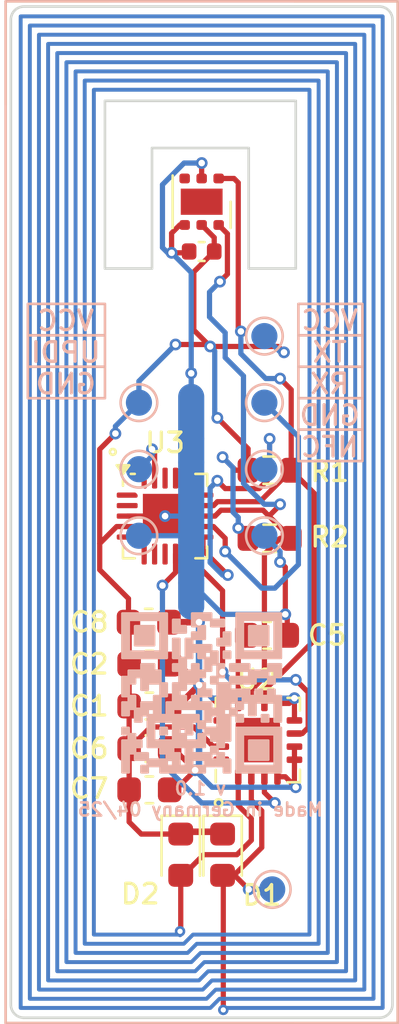
<source format=kicad_pcb>
(kicad_pcb (version 20240108) (generator "pcbnew") (generator_version "8.0")
  (title_block (comment 4 "AISLER Project ID: YAJLMFWK"))
  (layers (0 "F.Cu" signal) (1 "In1.Cu" signal) (2 "In2.Cu" signal) (31 "B.Cu" signal) (34 "B.Paste" user) (35 "F.Paste" user) (36 "B.SilkS" user "B.Silkscreen") (37 "F.SilkS" user "F.Silkscreen") (38 "B.Mask" user) (39 "F.Mask" user) (44 "Edge.Cuts" user))
  (net 0 "")
  (net 1 "GND")
  (net 2 "ANT2")
  (net 3 "ANT1")
  (net 4 "SCL")
  (net 5 "SDA")
  (net 6 "RF430_RST")
  (net 7 "RF430_INT")
  (net 8 "Net-(U2-VCORE)")
  (net 9 "RX")
  (net 11 "UPDI")
  (net 18 "TX")
  (net 19 "ALERT")
  (net 21 "VCC")
  (footprint "Capacitor_SMD:C_0603_1608Metric" (layer "F.Cu") (at 132 56.5)
    (property "Reference" "C5" (at 2.3 0 0) (layer "F.SilkS") (effects (font (size 0.75 0.75) (thickness 0.125))))
    (property "Value" "0.47 uF")
    (pad "1" smd roundrect (at -0.775 0) (size 0.9 0.95) (layers "F.Cu" "F.Paste" "F.Mask") (net 8 "Net-(U2-VCORE)"))
    (pad "2" smd roundrect (at 0.775 0) (size 0.9 0.95) (layers "F.Cu" "F.Paste" "F.Mask") (net 1 "GND"))
  )
  (footprint "Capacitor_SMD:C_0603_1608Metric" (layer "F.Cu") (at 127.5 60.825)
    (property "Reference" "C6" (at -2.3 0 0) (layer "F.SilkS") (effects (font (size 0.75 0.75) (thickness 0.125))))
    (property "Value" "100uF")
    (pad "1" smd roundrect (at -0.775 0) (size 0.9 0.95) (layers "F.Cu" "F.Paste" "F.Mask") (net 21 "VCC"))
    (pad "2" smd roundrect (at 0.775 0) (size 0.9 0.95) (layers "F.Cu" "F.Paste" "F.Mask") (net 1 "GND"))
  )
  (footprint "Capacitor_SMD:C_0603_1608Metric" (layer "F.Cu") (at 127.5 59.2)
    (property "Reference" "C1" (at -2.3 0 0) (layer "F.SilkS") (effects (font (size 0.75 0.75) (thickness 0.125))))
    (property "Value" "1 uF")
    (pad "1" smd roundrect (at -0.775 0) (size 0.9 0.95) (layers "F.Cu" "F.Paste" "F.Mask") (net 21 "VCC"))
    (pad "2" smd roundrect (at 0.775 0) (size 0.9 0.95) (layers "F.Cu" "F.Paste" "F.Mask") (net 1 "GND"))
  )
  (footprint "Capacitor_SMD:C_0603_1608Metric" (layer "F.Cu") (at 127.5 57.6)
    (property "Reference" "C2" (at -2.3 0 0) (layer "F.SilkS") (effects (font (size 0.75 0.75) (thickness 0.125))))
    (property "Value" "0.1 uF")
    (pad "1" smd roundrect (at -0.775 0) (size 0.9 0.95) (layers "F.Cu" "F.Paste" "F.Mask") (net 21 "VCC"))
    (pad "2" smd roundrect (at 0.775 0) (size 0.9 0.95) (layers "F.Cu" "F.Paste" "F.Mask") (net 1 "GND"))
  )
  (footprint "unsurv_offline_pcb_footprints:RF430_3x3mm_regular_noBCu" (layer "F.Cu") (at 131.65 60.5 90)
    (property "Reference" "U2" (at 2.3 -0.05 0) (layer "F.SilkS") (effects (font (size 0.75 0.75) (thickness 0.125))))
    (property "Value" "RF430CL330HIRGTR‎")
    (pad "1" smd roundrect (at -1.4 -0.75 90) (size 0.6 0.25) (layers "F.Cu" "F.Paste" "F.Mask") (net 3 "ANT1"))
    (pad "2" smd roundrect (at -1.4 -0.25 270) (size 0.6 0.25) (layers "F.Cu" "F.Paste" "F.Mask") (net 2 "ANT2"))
    (pad "3" smd roundrect (at -1.4 0.25 270) (size 0.6 0.25) (layers "F.Cu" "F.Paste" "F.Mask") (net 6 "RF430_RST"))
    (pad "4" smd roundrect (at -1.4 0.75 270) (size 0.6 0.25) (layers "F.Cu" "F.Paste" "F.Mask") (net 1 "GND"))
    (pad "5" smd roundrect (at -0.75 1.4 180) (size 0.6 0.25) (layers "F.Cu" "F.Paste" "F.Mask") (net 1 "GND"))
    (pad "6" smd roundrect (at -0.25 1.4 180) (size 0.6 0.25) (layers "F.Cu" "F.Paste" "F.Mask") (net 1 "GND"))
    (pad "7" smd roundrect (at 0.25 1.4 180) (size 0.6 0.25) (layers "F.Cu" "F.Paste" "F.Mask") (net 7 "RF430_INT"))
    (pad "8" smd roundrect (at 0.75 1.4 180) (size 0.6 0.25) (layers "F.Cu" "F.Paste" "F.Mask") (net 1 "GND"))
    (pad "9" smd roundrect (at 1.4 0.75 270) (size 0.6 0.25) (layers "F.Cu" "F.Paste" "F.Mask") (net 1 "GND"))
    (pad "10" smd roundrect (at 1.4 0.25 90) (size 0.6 0.25) (layers "F.Cu" "F.Paste" "F.Mask") (net 4 "SCL"))
    (pad "11" smd roundrect (at 1.4 -0.25 90) (size 0.6 0.25) (layers "F.Cu" "F.Paste" "F.Mask") (net 5 "SDA"))
    (pad "12" smd roundrect (at 1.4 -0.75 90) (size 0.6 0.25) (layers "F.Cu" "F.Paste" "F.Mask") (net 8 "Net-(U2-VCORE)"))
    (pad "13" smd roundrect (at 0.75 -1.4) (size 0.6 0.25) (layers "F.Cu" "F.Paste" "F.Mask") (net 1 "GND"))
    (pad "14" smd roundrect (at 0.25 -1.4 180) (size 0.6 0.25) (layers "F.Cu" "F.Paste" "F.Mask"))
    (pad "15" smd roundrect (at -0.25 -1.4 180) (size 0.6 0.25) (layers "F.Cu" "F.Paste" "F.Mask") (net 21 "VCC"))
    (pad "16" smd roundrect (at -0.75 -1.4 180) (size 0.6 0.25) (layers "F.Cu" "F.Paste" "F.Mask"))
    (pad "17" smd roundrect (at 0 0 90) (size 1.7 1.7) (layers "F.Cu" "F.Mask") (roundrect_rratio 0.147059))
  )
  (footprint "unsurv_offline_pcb_footprints:TMP117 WSON-6-1EP_2x2mm_P0.65mm_no_pad_paste" (layer "F.Cu") (at 129.5 39.95 -90)
    (property "Reference" "U1" (hide yes))
    (property "Value" "TMP117AIDRVR")
    (pad "1" smd roundrect (at -0.8875 -0.65 270) (size 0.375 0.4) (layers "F.Cu" "F.Paste" "F.Mask") (net 4 "SCL"))
    (pad "2" smd roundrect (at -0.8875 0 270) (size 0.375 0.4) (layers "F.Cu" "F.Paste" "F.Mask") (net 1 "GND"))
    (pad "3" smd roundrect (at -0.8875 0.65 270) (size 0.375 0.4) (layers "F.Cu" "F.Paste" "F.Mask"))
    (pad "4" smd roundrect (at 0.8875 0.65 270) (size 0.375 0.4) (layers "F.Cu" "F.Paste" "F.Mask") (net 1 "GND"))
    (pad "5" smd roundrect (at 0.8875 0 270) (size 0.375 0.4) (layers "F.Cu" "F.Paste" "F.Mask") (net 21 "VCC"))
    (pad "6" smd roundrect (at 0.8875 -0.65 270) (size 0.375 0.4) (layers "F.Cu" "F.Paste" "F.Mask") (net 5 "SDA"))
    (pad "7" smd rect (at 0 0 270) (size 1 1.6) (layers "F.Cu" "F.Mask"))
  )
  (footprint "Capacitor_SMD:C_0603_1608Metric" (layer "F.Cu") (at 127.5 62.4)
    (property "Reference" "C7" (at -2.3 -0.05 0) (layer "F.SilkS") (effects (font (size 0.75 0.75) (thickness 0.125))))
    (property "Value" "1uf")
    (pad "1" smd roundrect (at -0.775 0) (size 0.9 0.95) (layers "F.Cu" "F.Paste" "F.Mask") (net 21 "VCC"))
    (pad "2" smd roundrect (at 0.775 0) (size 0.9 0.95) (layers "F.Cu" "F.Paste" "F.Mask") (net 1 "GND"))
  )
  (footprint "unsurv_offline_pcb_footprints:VQFN-20-1EP_3x3mm_P0.4mm_EP1.7x1.7mm_edited" (layer "F.Cu") (at 128.1 51.95)
    (property "Reference" "U3" (at 0 -2.8 0) (layer "F.SilkS") (effects (font (size 0.75 0.75) (thickness 0.125))))
    (property "Value" "ATtiny1626-MFR")
    (pad "1" smd custom (at -1.45 -0.8) (size 0.143431 0.143431) (layers "F.Cu" "F.Paste" "F.Mask") (options (clearance outline) (anchor circle)) (primitives (gr_poly (pts (xy -0.35 -0.05) (xy 0.299289 -0.05) (xy 0.35 0.000711) (xy 0.35 0.05) (xy -0.35 0.05)) (width 0.1) (fill yes))))
    (pad "2" smd roundrect (at -1.45 -0.4) (size 0.8 0.2) (layers "F.Cu" "F.Paste" "F.Mask"))
    (pad "3" smd roundrect (at -1.45 0) (size 0.8 0.2) (layers "F.Cu" "F.Paste" "F.Mask") (net 1 "GND"))
    (pad "4" smd roundrect (at -1.45 0.4) (size 0.8 0.2) (layers "F.Cu" "F.Paste" "F.Mask") (net 21 "VCC"))
    (pad "5" smd custom (at -1.45 0.8) (size 0.143431 0.143431) (layers "F.Cu" "F.Paste" "F.Mask") (options (clearance outline) (anchor circle)) (primitives (gr_poly (pts (xy -0.35 -0.05) (xy 0.35 -0.05) (xy 0.35 -0.000711) (xy 0.299289 0.05) (xy -0.35 0.05)) (width 0.1) (fill yes))))
    (pad "6" smd custom (at -0.8 1.45) (size 0.143431 0.143431) (layers "F.Cu" "F.Paste" "F.Mask") (options (clearance outline) (anchor circle)) (primitives (gr_poly (pts (xy -0.05 -0.299289) (xy 0.000711 -0.35) (xy 0.05 -0.35) (xy 0.05 0.35) (xy -0.05 0.35)) (width 0.1) (fill yes))))
    (pad "7" smd roundrect (at -0.4 1.45) (size 0.2 0.8) (layers "F.Cu" "F.Paste" "F.Mask"))
    (pad "8" smd roundrect (at 0 1.45) (size 0.2 0.8) (layers "F.Cu" "F.Paste" "F.Mask"))
    (pad "9" smd roundrect (at 0.4 1.45) (size 0.2 0.8) (layers "F.Cu" "F.Paste" "F.Mask") (net 6 "RF430_RST"))
    (pad "10" smd custom (at 0.8 1.45) (size 0.143431 0.143431) (layers "F.Cu" "F.Paste" "F.Mask") (net 7 "RF430_INT") (options (clearance outline) (anchor circle)) (primitives (gr_poly (pts (xy -0.05 -0.35) (xy -0.000711 -0.35) (xy 0.05 -0.299289) (xy 0.05 0.35) (xy -0.05 0.35)) (width 0.1) (fill yes))))
    (pad "11" smd custom (at 1.45 0.8) (size 0.143431 0.143431) (layers "F.Cu" "F.Paste" "F.Mask") (net 9 "RX") (options (clearance outline) (anchor circle)) (primitives (gr_poly (pts (xy -0.35 -0.05) (xy 0.35 -0.05) (xy 0.35 0.05) (xy -0.299289 0.05) (xy -0.35 -0.000711)) (width 0.1) (fill yes))))
    (pad "12" smd roundrect (at 1.45 0.4) (size 0.8 0.2) (layers "F.Cu" "F.Paste" "F.Mask") (net 18 "TX"))
    (pad "13" smd roundrect (at 1.45 0) (size 0.8 0.2) (layers "F.Cu" "F.Paste" "F.Mask") (net 5 "SDA"))
    (pad "14" smd roundrect (at 1.45 -0.4) (size 0.8 0.2) (layers "F.Cu" "F.Paste" "F.Mask") (net 4 "SCL"))
    (pad "15" smd custom (at 1.45 -0.8) (size 0.143431 0.143431) (layers "F.Cu" "F.Paste" "F.Mask") (options (clearance outline) (anchor circle)) (primitives (gr_poly (pts (xy -0.35 0.000711) (xy -0.299289 -0.05) (xy 0.35 -0.05) (xy 0.35 0.05) (xy -0.35 0.05)) (width 0.1) (fill yes))))
    (pad "16" smd custom (at 0.8 -1.45) (size 0.143431 0.143431) (layers "F.Cu" "F.Paste" "F.Mask") (options (clearance outline) (anchor circle)) (primitives (gr_poly (pts (xy -0.05 -0.35) (xy 0.05 -0.35) (xy 0.05 0.299289) (xy -0.000711 0.35) (xy -0.05 0.35)) (width 0.1) (fill yes))))
    (pad "17" smd roundrect (at 0.4 -1.45) (size 0.2 0.8) (layers "F.Cu" "F.Paste" "F.Mask"))
    (pad "18" smd roundrect (at 0 -1.45) (size 0.2 0.8) (layers "F.Cu" "F.Paste" "F.Mask") (net 19 "ALERT"))
    (pad "19" smd roundrect (at -0.4 -1.45) (size 0.2 0.8) (layers "F.Cu" "F.Paste" "F.Mask") (net 11 "UPDI"))
    (pad "20" smd custom (at -0.8 -1.45) (size 0.143431 0.143431) (layers "F.Cu" "F.Paste" "F.Mask") (options (clearance outline) (anchor circle)) (primitives (gr_poly (pts (xy -0.05 -0.35) (xy 0.05 -0.35) (xy 0.05 0.35) (xy 0.000711 0.35) (xy -0.05 0.299289)) (width 0.1) (fill yes))))
    (pad "21" smd rect (at 0 0) (size 1.7 1.7) (property pad_prop_heatsink) (layers "F.Cu" "F.Mask") (net 1 "GND"))
  )
  (footprint "Capacitor_SMD:C_0603_1608Metric" (layer "F.Cu") (at 127.475 56)
    (property "Reference" "C8" (at -2.275 0 0) (layer "F.SilkS") (effects (font (size 0.75 0.75) (thickness 0.125))))
    (property "Value" "0.1 uF")
    (pad "1" smd roundrect (at -0.775 0) (size 0.9 0.95) (layers "F.Cu" "F.Paste" "F.Mask") (net 21 "VCC"))
    (pad "2" smd roundrect (at 0.775 0) (size 0.9 0.95) (layers "F.Cu" "F.Paste" "F.Mask") (net 1 "GND"))
  )
  (footprint "Diode_SMD:D_0603_1608Metric" (layer "F.Cu") (at 130.3 64.875 -90)
    (property "Reference" "D1" (at 1.55 -1.5 0) (layer "F.SilkS") (effects (font (size 0.75 0.75) (thickness 0.125))))
    (property "Value" "CDBU0130L")
    (pad "1" smd roundrect (at -0.7875 0 270) (size 0.875 0.95) (layers "F.Cu" "F.Paste" "F.Mask") (net 21 "VCC"))
    (pad "2" smd roundrect (at 0.7875 0 270) (size 0.875 0.95) (layers "F.Cu" "F.Paste" "F.Mask") (net 2 "ANT2"))
  )
  (footprint "Resistor_SMD:R_0603_1608Metric" (layer "F.Cu") (at 132.1 50.2)
    (property "Reference" "R1" (at 2.3 0.05 0) (layer "F.SilkS") (effects (font (size 0.75 0.75) (thickness 0.125))))
    (property "Value" "4.7k")
    (pad "1" smd roundrect (at -0.825 0) (size 0.8 0.95) (layers "F.Cu" "F.Paste" "F.Mask") (net 21 "VCC"))
    (pad "2" smd roundrect (at 0.825 0) (size 0.8 0.95) (layers "F.Cu" "F.Paste" "F.Mask") (net 4 "SCL"))
  )
  (footprint "Capacitor_SMD:C_0402_1005Metric" (layer "F.Cu") (at 129.5 41.85 180)
    (property "Reference" "C3" (hide yes))
    (property "Value" "0.1 uF")
    (pad "1" smd roundrect (at -0.48 0 180) (size 0.56 0.62) (layers "F.Cu" "F.Paste" "F.Mask") (net 21 "VCC"))
    (pad "2" smd roundrect (at 0.48 0 180) (size 0.56 0.62) (layers "F.Cu" "F.Paste" "F.Mask") (net 1 "GND"))
  )
  (footprint "Resistor_SMD:R_0603_1608Metric" (layer "F.Cu") (at 132.1 52.8)
    (property "Reference" "R2" (at 2.3 -0.05 0) (layer "F.SilkS") (effects (font (size 0.75 0.75) (thickness 0.125))))
    (property "Value" "4.7k")
    (pad "1" smd roundrect (at -0.825 0) (size 0.8 0.95) (layers "F.Cu" "F.Paste" "F.Mask") (net 21 "VCC"))
    (pad "2" smd roundrect (at 0.825 0) (size 0.8 0.95) (layers "F.Cu" "F.Paste" "F.Mask") (net 5 "SDA"))
  )
  (footprint "Diode_SMD:D_0603_1608Metric" (layer "F.Cu") (at 128.7 64.875 -90)
    (property "Reference" "D2" (at 1.5 1.55 0) (layer "F.SilkS") (effects (font (size 0.75 0.75) (thickness 0.125))))
    (property "Value" "CDBU0130L")
    (pad "1" smd roundrect (at -0.7875 0 270) (size 0.875 0.95) (layers "F.Cu" "F.Paste" "F.Mask") (net 21 "VCC"))
    (pad "2" smd roundrect (at 0.7875 0 270) (size 0.875 0.95) (layers "F.Cu" "F.Paste" "F.Mask") (net 3 "ANT1"))
  )
  (footprint "TestPoint:TestPoint_Pad_D1.0mm" (layer "B.Cu") (at 131.9 45.08 180)
    (property "Reference" "TP4" (hide yes))
    (property "Value" "TestPoint")
    (pad "1" smd circle (at 0 0 180) (size 1 1) (layers "B.Cu" "B.Mask") (net 21 "VCC"))
  )
  (footprint "TestPoint:TestPoint_Pad_D1.0mm" (layer "B.Cu") (at 127.1 47.62 90)
    (property "Reference" "VCC1" (hide yes))
    (property "Value" "TestPoint")
    (pad "1" smd circle (at 0 0 90) (size 1 1) (layers "B.Cu" "B.Mask") (net 21 "VCC"))
  )
  (footprint "TestPoint:TestPoint_Pad_D1.0mm" (layer "B.Cu") (at 127.1 50.16 90)
    (property "Reference" "UPDI1" (hide yes))
    (property "Value" "TestPoint")
    (pad "1" smd circle (at 0 0 90) (size 1 1) (layers "B.Cu" "B.Mask") (net 11 "UPDI"))
  )
  (footprint "unsurv_offline_pcb_footprints:38x14_378uH" (layer "B.Cu") (at 136.5 32.8 180)
    (property "Reference" "AE1" (hide yes))
    (property "Value" "Antenna_Dipole" (hide yes))
    (fp_line (start 7.827386 -35) (end 7.827386 -35.125) (stroke (width 0.2)) (layer "B.Cu") (net 3))
    (fp_line (start 6.172614 -37.925) (end 6.172614 -38) (stroke (width 0.2)) (layer "B.Cu") (net 2))
    (pad "1" thru_hole circle (at 6.172614 -38 180) (size 0.4 0.4) (drill 0.2) (layers "*.Cu" "*.Mask") (net 2 "ANT2"))
    (pad "1" smd custom (at 6.172614 -37.925 180) (size 0.15 0.15) (layers "B.Cu") (net 2 "ANT2") (options (clearance outline) (anchor circle)) (primitives (gr_line (start 0 0) (end -6.097614 0) (width 0.15)) (gr_line (start -6.097614 0) (end -6.097614 37.85) (width 0.15)) (gr_line (start -6.097614 37.85) (end 7.752386 37.85) (width 0.15)) (gr_line (start 7.752386 37.85) (end 7.752386 0) (width 0.15)) (gr_line (start 7.752386 0) (end 0.494975 0) (width 0.15)) (gr_line (start 0.494975 0) (end 0.144975 0.35) (width 0.15)) (gr_line (start 0.144975 0.35) (end -5.747614 0.35) (width 0.15)) (gr_line (start -5.747614 0.35) (end -5.747614 37.5) (width 0.15)) (gr_line (start -5.747614 37.5) (end 7.402386 37.5) (width 0.15)) (gr_line (start 7.402386 37.5) (end 7.402386 0.35) (width 0.15)) (gr_line (start 7.402386 0.35) (end 0.639949 0.35) (width 0.15)) (gr_line (start 0.639949 0.35) (end 0.289949 0.7) (width 0.15)) (gr_line (start 0.289949 0.7) (end -5.397614 0.7) (width 0.15)) (gr_line (start -5.397614 0.7) (end -5.397614 37.15) (width 0.15)) (gr_line (start -5.397614 37.15) (end 7.052386 37.15) (width 0.15)) (gr_line (start 7.052386 37.15) (end 7.052386 0.7) (width 0.15)) (gr_line (start 7.052386 0.7) (end 0.784924 0.7) (width 0.15)) (gr_line (start 0.784924 0.7) (end 0.434924 1.05) (width 0.15)) (gr_line (start 0.434924 1.05) (end -5.047614 1.05) (width 0.15)) (gr_line (start -5.047614 1.05) (end -5.047614 36.8) (width 0.15)) (gr_line (start -5.047614 36.8) (end 6.702386 36.8) (width 0.15)) (gr_line (start 6.702386 36.8) (end 6.702386 1.05) (width 0.15)) (gr_line (start 6.702386 1.05) (end 0.929899 1.05) (width 0.15)) (gr_line (start 0.929899 1.05) (end 0.579899 1.4) (width 0.15)) (gr_line (start 0.579899 1.4) (end -4.697614 1.4) (width 0.15)) (gr_line (start -4.697614 1.4) (end -4.697614 36.45) (width 0.15)) (gr_line (start -4.697614 36.45) (end 6.352386 36.45) (width 0.15)) (gr_line (start 6.352386 36.45) (end 6.352386 1.4) (width 0.15)) (gr_line (start 6.352386 1.4) (end 1.074874 1.4) (width 0.15)) (gr_line (start 1.074874 1.4) (end 0.724874 1.75) (width 0.15)) (gr_line (start 0.724874 1.75) (end -4.347614 1.75) (width 0.15)) (gr_line (start -4.347614 1.75) (end -4.347614 36.1) (width 0.15)) (gr_line (start -4.347614 36.1) (end 6.002386 36.1) (width 0.15)) (gr_line (start 6.002386 36.1) (end 6.002386 1.75) (width 0.15)) (gr_line (start 6.002386 1.75) (end 1.219848 1.75) (width 0.15)) (gr_line (start 1.219848 1.75) (end 0.869848 2.1) (width 0.15)) (gr_line (start 0.869848 2.1) (end -3.997614 2.1) (width 0.15)) (gr_line (start -3.997614 2.1) (end -3.997614 35.75) (width 0.15)) (gr_line (start -3.997614 35.75) (end 5.652386 35.75) (width 0.15)) (gr_line (start 5.652386 35.75) (end 5.652386 2.1) (width 0.15)) (gr_line (start 5.652386 2.1) (end 1.364823 2.1) (width 0.15)) (gr_line (start 1.364823 2.1) (end 1.014823 2.45) (width 0.15)) (gr_line (start 1.014823 2.45) (end -3.647614 2.45) (width 0.15)) (gr_line (start -3.647614 2.45) (end -3.647614 35.4) (width 0.15)) (gr_line (start -3.647614 35.4) (end 5.302386 35.4) (width 0.15)) (gr_line (start 5.302386 35.4) (end 5.302386 2.45) (width 0.15)) (gr_line (start 5.302386 2.45) (end 1.509798 2.45) (width 0.15)) (gr_line (start 1.509798 2.45) (end 1.159798 2.8) (width 0.15)) (gr_line (start 1.159798 2.8) (end -3.297614 2.8) (width 0.15)) (gr_line (start -3.297614 2.8) (end -3.297614 35.05) (width 0.15)) (gr_line (start -3.297614 35.05) (end 4.952386 35.05) (width 0.15)) (gr_line (start 4.952386 35.05) (end 4.952386 2.8) (width 0.15))))
    (pad "2" smd custom (at 7.827386 -35.125 180) (size 0.15 0.15) (layers "B.Cu") (net 3 "ANT1") (options (clearance outline) (anchor circle)) (primitives (gr_line (start 0 0) (end 3.297614 0) (width 0.15))))
    (pad "2" thru_hole circle (at 7.827386 -35 180) (size 0.4 0.4) (drill 0.2) (layers "*.Cu" "*.Mask") (net 3 "ANT1"))
  )
  (footprint "TestPoint:TestPoint_Pad_D1.0mm" (layer "B.Cu") (at 131.9 52.7 180)
    (property "Reference" "TP3" (hide yes))
    (property "Value" "TestPoint")
    (pad "1" smd circle (at 0 0 180) (size 1 1) (layers "B.Cu" "B.Mask") (net 1 "GND"))
  )
  (footprint "unsurv_offline_pcb_footprints:QR_shop" (layer "B.Cu") (at 129.5 58.7 180)
    (property "Reference" "QR_ref1" (hide yes))
    (property "Value" "TestPoint" (hide yes))
  )
  (footprint "TestPoint:TestPoint_Pad_D1.0mm" (layer "B.Cu") (at 132.2 66.2 180)
    (property "Reference" "TP5" (hide yes))
    (property "Value" "TestPoint")
    (pad "1" smd circle (at 0 0 180) (size 1 1) (layers "B.Cu" "B.Mask") (net 2 "ANT2"))
  )
  (footprint "TestPoint:TestPoint_Pad_D1.0mm" (layer "B.Cu") (at 127.1 52.7 90)
    (property "Reference" "GND1" (hide yes))
    (property "Value" "TestPoint")
    (pad "1" smd circle (at 0 0 90) (size 1 1) (layers "B.Cu" "B.Mask") (net 1 "GND"))
  )
  (footprint "TestPoint:TestPoint_Pad_D1.0mm" (layer "B.Cu") (at 131.9 50.16 180)
    (property "Reference" "TP1" (hide yes))
    (property "Value" "TestPoint")
    (pad "1" smd circle (at 0 0 180) (size 1 1) (layers "B.Cu" "B.Mask") (net 9 "RX"))
  )
  (footprint "TestPoint:TestPoint_Pad_D1.0mm" (layer "B.Cu") (at 131.9 47.62 180)
    (property "Reference" "TP2" (hide yes))
    (property "Value" "TestPoint")
    (pad "1" smd circle (at 0 0 180) (size 1 1) (layers "B.Cu" "B.Mask") (net 18 "TX"))
  )
  (gr_rect (start 133.2 43.85) (end 135.65 45.05) (stroke (width 0.1)) (fill none) (layer "B.SilkS"))
  (gr_rect (start 122.85 45.05) (end 125.8 46.25) (stroke (width 0.1)) (fill none) (layer "B.SilkS"))
  (gr_rect (start 122.85 43.85) (end 125.8 45.05) (stroke (width 0.1)) (fill none) (layer "B.SilkS"))
  (gr_rect (start 133.2 48.65) (end 135.65 49.85) (stroke (width 0.1)) (fill none) (layer "B.SilkS"))
  (gr_rect (start 133.2 46.25) (end 135.65 47.45) (stroke (width 0.1)) (fill none) (layer "B.SilkS"))
  (gr_rect (start 122.85 46.25) (end 125.8 47.45) (stroke (width 0.1)) (fill none) (layer "B.SilkS"))
  (gr_rect (start 133.2 45.05) (end 135.65 46.25) (stroke (width 0.1)) (fill none) (layer "B.SilkS"))
  (gr_rect (start 133.2 47.45) (end 135.65 48.65) (stroke (width 0.1)) (fill none) (layer "B.SilkS"))
  (gr_circle (center 126.1 49.5) (end 126.05 49.6) (stroke (width 0.1)) (fill none) (layer "F.SilkS"))
  (gr_line (start 125.8 36.1) (end 125.8 42.5) (stroke (width 0.1)) (layer "Edge.Cuts"))
  (gr_line (start 133.1 36.1) (end 125.8 36.1) (stroke (width 0.1)) (layer "Edge.Cuts"))
  (gr_line (start 122.699999 32.499999) (end 136.3 32.5) (stroke (width 0.1)) (layer "Edge.Cuts"))
  (gr_line (start 127.6 42.5) (end 127.6 37.9) (stroke (width 0.1)) (layer "Edge.Cuts"))
  (gr_arc (start 122.199999 32.999999) (mid 122.346446 32.646446) (end 122.699999 32.499999) (stroke (width 0.1)) (layer "Edge.Cuts"))
  (gr_arc (start 122.7 71.1) (mid 122.346447 70.953553) (end 122.2 70.6) (stroke (width 0.1)) (layer "Edge.Cuts"))
  (gr_line (start 127.6 42.5) (end 125.8 42.5) (stroke (width 0.1)) (layer "Edge.Cuts"))
  (gr_arc (start 136.800001 70.600001) (mid 136.653554 70.953554) (end 136.300001 71.100001) (stroke (width 0.1)) (layer "Edge.Cuts"))
  (gr_line (start 136.8 33) (end 136.800001 70.600001) (stroke (width 0.1)) (layer "Edge.Cuts"))
  (gr_arc (start 136.3 32.5) (mid 136.653554 32.646446) (end 136.8 33) (stroke (width 0.1)) (layer "Edge.Cuts"))
  (gr_line (start 122.2 70.6) (end 122.199999 32.999999) (stroke (width 0.1)) (layer "Edge.Cuts"))
  (gr_line (start 131.3 37.9) (end 127.6 37.9) (stroke (width 0.1)) (layer "Edge.Cuts"))
  (gr_line (start 131.3 42.5) (end 131.3 37.9) (stroke (width 0.1)) (layer "Edge.Cuts"))
  (gr_line (start 131.3 42.5) (end 133.1 42.5) (stroke (width 0.1)) (layer "Edge.Cuts"))
  (gr_line (start 136.3 71.1) (end 122.699999 71.099999) (stroke (width 0.1)) (layer "Edge.Cuts"))
  (gr_line (start 133.1 42.5) (end 133.1 36.1) (stroke (width 0.1)) (layer "Edge.Cuts"))
  (gr_text "v 1.0\nMade in Germany 04/25" (at 129.45 62.75 0) (layer "B.SilkS") (effects (font (size 0.5 0.5) (thickness 0.1)) (justify mirror)))
  (gr_text "VCC\nTX\nRX\nGND\nNFC" (at 134.4 46.9 0) (layer "B.SilkS") (effects (font (size 0.75 0.75) (thickness 0.125)) (justify mirror)))
  (gr_text "VCC\nUPDI\nGND" (at 124.3 45.7 0) (layer "B.SilkS") (effects (font (size 0.75 0.75) (thickness 0.125)) (justify mirror)))
  (segment (start 129.25 61.65) (end 128.525 62.375) (width 0.2) (layer "F.Cu") (net 1))
  (segment (start 128.35 41.9) (end 128.97 41.9) (width 0.2) (layer "F.Cu") (net 1))
  (segment (start 128.6 57.6) (end 129.4 58.4) (width 0.25) (layer "F.Cu") (net 1))
  (segment (start 133.05 58.9) (end 132.85 59.1) (width 0.2) (layer "F.Cu") (net 1))
  (segment (start 128.25 57.6) (end 128.6 57.6) (width 0.25) (layer "F.Cu") (net 1))
  (segment (start 128.6 59.2) (end 129.4 58.4) (width 0.25) (layer "F.Cu") (net 1))
  (segment (start 126.65 51.95) (end 128.1 51.95) (width 0.2) (layer "F.Cu") (net 1))
  (segment (start 132.7 61.9) (end 133.1 62.3) (width 0.2) (layer "F.Cu") (net 1))
  (segment (start 128.25 56) (end 129.4 56) (width 0.25) (layer "F.Cu") (net 1))
  (segment (start 128.525 62.375) (end 128.25 62.375) (width 0.2) (layer "F.Cu") (net 1))
  (segment (start 130.25 59.75) (end 130.25 59.25) (width 0.2) (layer "F.Cu") (net 1))
  (segment (start 128.425 60.825) (end 128.25 60.825) (width 0.2) (layer "F.Cu") (net 1))
  (segment (start 133.05 60.75) (end 133.05 61.25) (width 0.2) (layer "F.Cu") (net 1))
  (segment (start 128.97 41.9) (end 129.02 41.85) (width 0.2) (layer "F.Cu") (net 1))
  (segment (start 128.25 59.2) (end 128.6 59.2) (width 0.25) (layer "F.Cu") (net 1))
  (segment (start 132.85 59.1) (end 132.4 59.1) (width 0.2) (layer "F.Cu") (net 1))
  (segment (start 132.775 55.775) (end 132.7 55.7) (width 0.2) (layer "F.Cu") (net 1))
  (segment (start 128.85 40.8375) (end 128.6625 40.8375) (width 0.2) (layer "F.Cu") (net 1))
  (segment (start 132.7 53.9) (end 132.5 53.7) (width 0.2) (layer "F.Cu") (net 1))
  (segment (start 129.25 61.65) (end 128.425 60.825) (width 0.2) (layer "F.Cu") (net 1))
  (segment (start 132.4 61.9) (end 132.7 61.9) (width 0.2) (layer "F.Cu") (net 1))
  (segment (start 133.05 62.25) (end 133.1 62.3) (width 0.2) (layer "F.Cu") (net 1))
  (segment (start 130.25 59.25) (end 129.4 58.4) (width 0.2) (layer "F.Cu") (net 1))
  (segment (start 133.05 58.9) (end 133.05 59.75) (width 0.2) (layer "F.Cu") (net 1))
  (segment (start 128.35 41.15) (end 128.35 41.9) (width 0.2) (layer "F.Cu") (net 1))
  (segment (start 129.501474 38.47355) (end 129.5 38.475024) (width 0.2) (layer "F.Cu") (net 1))
  (segment (start 133.05 61.25) (end 133.05 62.25) (width 0.2) (layer "F.Cu") (net 1))
  (segment (start 132.7 55.7) (end 132.7 53.9) (width 0.2) (layer "F.Cu") (net 1))
  (segment (start 132.775 56.5) (end 132.775 55.775) (width 0.2) (layer "F.Cu") (net 1))
  (segment (start 128.6625 40.8375) (end 128.35 41.15) (width 0.2) (layer "F.Cu") (net 1))
  (segment (start 129.5 38.475024) (end 129.5 39.0625) (width 0.2) (layer "F.Cu") (net 1))
  (via (at 129.4 56) (size 0.45) (drill 0.25) (layers "F.Cu" "B.Cu") (net 1))
  (via (at 129.501474 38.47355) (size 0.45) (drill 0.25) (layers "F.Cu" "B.Cu") (net 1))
  (via (at 128.1 51.95) (size 0.45) (drill 0.25) (layers "F.Cu" "B.Cu") (net 1))
  (via (at 133.05 58.9) (size 0.45) (drill 0.25) (layers "F.Cu" "B.Cu") (net 1))
  (via (at 128.35 41.9) (size 0.45) (drill 0.25) (layers "F.Cu" "B.Cu") (net 1))
  (via (at 132.7 55.7) (size 0.45) (drill 0.25) (layers "F.Cu" "B.Cu") (net 1))
  (via (at 132.5 53.7) (size 0.45) (drill 0.25) (layers "F.Cu" "B.Cu") (net 1))
  (via (at 129.1 46.5) (size 0.45) (drill 0.25) (layers "F.Cu" "B.Cu") (net 1))
  (via (at 129.25 61.65) (size 0.45) (drill 0.25) (layers "F.Cu" "B.Cu") (net 1))
  (via (at 133.1 62.3) (size 0.45) (drill 0.25) (layers "F.Cu" "B.Cu") (net 1))
  (via (at 129.4 58.4) (size 0.45) (drill 0.25) (layers "F.Cu" "B.Cu") (net 1))
  (segment (start 129.1 46.5) (end 129.1 42.65) (width 0.2) (layer "B.Cu") (net 1))
  (segment (start 129.05 51.95) (end 129.1 51.9) (width 0.2) (layer "B.Cu") (net 1))
  (segment (start 129.1 51.9) (end 129.1 49.9) (width 1) (layer "B.Cu") (net 1))
  (segment (start 127.1 52.7) (end 129.1 52.7) (width 0.2) (layer "B.Cu") (net 1))
  (segment (start 129.4 55.7) (end 129.1 55.4) (width 0.25) (layer "B.Cu") (net 1))
  (segment (start 128.35 41.9) (end 128.2 41.9) (width 0.2) (layer "B.Cu") (net 1))
  (segment (start 129.9 62.3) (end 129.25 61.65) (width 0.2) (layer "B.Cu") (net 1))
  (segment (start 129.25 61.65) (end 129.4 61.5) (width 0.25) (layer "B.Cu") (net 1))
  (segment (start 129.1 54.5) (end 129.1 53.6) (width 1) (layer "B.Cu") (net 1))
  (segment (start 129.1 49) (end 129.1 47.4) (width 1) (layer "B.Cu") (net 1))
  (segment (start 129.1 42.65) (end 128.35 41.9) (width 0.2) (layer "B.Cu") (net 1))
  (segment (start 132.5 53.7) (end 132.5 53.3) (width 0.2) (layer "B.Cu") (net 1))
  (segment (start 128 41.7) (end 128 39.3) (width 0.2) (layer "B.Cu") (net 1))
  (segment (start 129.1 46.5) (end 129.1 47.4) (width 0.2) (layer "B.Cu") (net 1))
  (segment (start 128.82645 38.47355) (end 129.501474 38.47355) (width 0.2) (layer "B.Cu") (net 1))
  (segment (start 129.4 58.4) (end 129.4 55.7) (width 0.25) (layer "B.Cu") (net 1))
  (segment (start 128.1 51.95) (end 129.05 51.95) (width 0.2) (layer "B.Cu") (net 1))
  (segment (start 129.1 52.7) (end 129.1 51.9) (width 1) (layer "B.Cu") (net 1))
  (segment (start 129.9 58.9) (end 129.4 58.4) (width 0.2) (layer "B.Cu") (net 1))
  (segment (start 129.1 53.6) (end 129.1 52.7) (width 1) (layer "B.Cu") (net 1))
  (segment (start 133.05 58.9) (end 129.9 58.9) (width 0.2) (layer "B.Cu") (net 1))
  (segment (start 128.2 41.9) (end 128 41.7) (width 0.2) (layer "B.Cu") (net 1))
  (segment (start 132.7 55.7) (end 130.3 55.7) (width 0.2) (layer "B.Cu") (net 1))
  (segment (start 129.4 61.5) (end 129.4 58.4) (width 0.25) (layer "B.Cu") (net 1))
  (segment (start 129.1 55.4) (end 129.1 54.5) (width 1) (layer "B.Cu") (net 1))
  (segment (start 133.1 62.3) (end 129.9 62.3) (width 0.2) (layer "B.Cu") (net 1))
  (segment (start 130.3 55.7) (end 129.1 54.5) (width 0.2) (layer "B.Cu") (net 1))
  (segment (start 129.1 46.5) (end 129.2 46.4) (width 0.2) (layer "B.Cu") (net 1))
  (segment (start 129.1 49.9) (end 129.1 49) (width 1) (layer "B.Cu") (net 1))
  (segment (start 132.5 53.3) (end 131.9 52.7) (width 0.2) (layer "B.Cu") (net 1))
  (segment (start 128 39.3) (end 128.82645 38.47355) (width 0.2) (layer "B.Cu") (net 1))
  (segment (start 130.7375 65.6625) (end 130.3 65.6625) (width 0.2) (layer "F.Cu") (net 2))
  (segment (start 131.4 61.9) (end 131.4 62.8) (width 0.2) (layer "F.Cu") (net 2))
  (segment (start 130.327386 65.689886) (end 130.3 65.6625) (width 0.2) (layer "F.Cu") (net 2))
  (segment (start 130.3 65.6625) (end 130.7625 65.6625) (width 0.2) (layer "F.Cu") (net 2))
  (segment (start 130.327386 70.8) (end 130.327386 65.689886) (width 0.2) (layer "F.Cu") (net 2))
  (segment (start 130.7625 65.6625) (end 131.3 66.2) (width 0.2) (layer "F.Cu") (net 2))
  (segment (start 131.8 63.2) (end 131.8 64.6) (width 0.2) (layer "F.Cu") (net 2))
  (segment (start 131.4 62.8) (end 131.8 63.2) (width 0.2) (layer "F.Cu") (net 2))
  (segment (start 130.3 70.700001) (end 130.327386 70.700001) (width 0.2) (layer "F.Cu") (net 2))
  (segment (start 131.8 64.6) (end 130.7375 65.6625) (width 0.2) (layer "F.Cu") (net 2))
  (via (at 131.3 66.2) (size 0.45) (drill 0.25) (layers "F.Cu" "B.Cu") (net 2))
  (segment (start 131.3 66.2) (end 132.2 66.2) (width 0.2) (layer "B.Cu") (net 2))
  (segment (start 129.575 64.875) (end 128.7875 65.6625) (width 0.2) (layer "F.Cu") (net 3))
  (segment (start 128.7 65.6625) (end 128.7 67.772614) (width 0.2) (layer "F.Cu") (net 3))
  (segment (start 131.4 63.5) (end 131.4 64.325) (width 0.2) (layer "F.Cu") (net 3))
  (segment (start 128.622614 65.422614) (end 128.6 65.4) (width 0.2) (layer "F.Cu") (net 3))
  (segment (start 128.7875 65.6625) (end 128.7 65.6625) (width 0.2) (layer "F.Cu") (net 3))
  (segment (start 130.9 63) (end 131.4 63.5) (width 0.2) (layer "F.Cu") (net 3))
  (segment (start 131.4 64.325) (end 130.85 64.875) (width 0.2) (layer "F.Cu") (net 3))
  (segment (start 128.7 67.772614) (end 128.672614 67.8) (width 0.2) (layer "F.Cu") (net 3))
  (segment (start 130.85 64.875) (end 129.575 64.875) (width 0.2) (layer "F.Cu") (net 3))
  (segment (start 130.9 61.9) (end 130.9 63) (width 0.2) (layer "F.Cu") (net 3))
  (segment (start 130.9 39.225) (end 130.9 44.8) (width 0.2) (layer "F.Cu") (net 4))
  (segment (start 130.15 39.0625) (end 130.7375 39.0625) (width 0.2) (layer "F.Cu") (net 4))
  (segment (start 131.9 58.6) (end 133.8 56.7) (width 0.2) (layer "F.Cu") (net 4))
  (segment (start 130.7375 39.0625) (end 130.9 39.225) (width 0.2) (layer "F.Cu") (net 4))
  (segment (start 130.9 44.8) (end 131 44.9) (width 0.2) (layer "F.Cu") (net 4))
  (segment (start 129.952514 51.55) (end 130.102514 51.4) (width 0.2) (layer "F.Cu") (net 4))
  (segment (start 129.55 51.55) (end 129.952514 51.55) (width 0.2) (layer "F.Cu") (net 4))
  (segment (start 131.725 51.4) (end 132.925 50.2) (width 0.2) (layer "F.Cu") (net 4))
  (segment (start 132.925 47.125) (end 132.5 46.7) (width 0.2) (layer "F.Cu") (net 4))
  (segment (start 130.102514 51.4) (end 131.725 51.4) (width 0.2) (layer "F.Cu") (net 4))
  (segment (start 133.8 56.7) (end 133.8 51.075) (width 0.2) (layer "F.Cu") (net 4))
  (segment (start 131.9 59.1) (end 131.9 58.6) (width 0.2) (layer "F.Cu") (net 4))
  (segment (start 132.925 50.2) (end 132.925 47.125) (width 0.2) (layer "F.Cu") (net 4))
  (segment (start 133.8 51.075) (end 132.925 50.2) (width 0.2) (layer "F.Cu") (net 4))
  (via (at 132.5 46.7) (size 0.45) (drill 0.25) (layers "F.Cu" "B.Cu") (net 4))
  (via (at 131 44.9) (size 0.45) (drill 0.25) (layers "F.Cu" "B.Cu") (net 4))
  (segment (start 132.5 46.7) (end 131.95 46.7) (width 0.2) (layer "B.Cu") (net 4))
  (segment (start 131.95 46.7) (end 131 45.75) (width 0.2) (layer "B.Cu") (net 4))
  (segment (start 131 45.75) (end 131 44.9) (width 0.2) (layer "B.Cu") (net 4))
  (segment (start 132.925 52.8) (end 132.5 52.8) (width 0.2) (layer "F.Cu") (net 5))
  (segment (start 130.485 41.1725) (end 130.15 40.8375) (width 0.2) (layer "F.Cu") (net 5))
  (segment (start 131.85 51.725) (end 132.075 51.95) (width 0.2) (layer "F.Cu") (net 5))
  (segment (start 132.5 51.525) (end 132.5 51.5) (width 0.2) (layer "F.Cu") (net 5))
  (segment (start 131.9 53.4) (end 131.9 58.09168) (width 0.2) (layer "F.Cu") (net 5))
  (segment (start 131.4 58.59168) (end 131.4 59.1) (width 0.2) (layer "F.Cu") (net 5))
  (segment (start 129.55 51.95) (end 130.012133 51.95) (width 0.2) (layer "F.Cu") (net 5))
  (segment (start 130.237133 51.725) (end 131.85 51.725) (width 0.2) (layer "F.Cu") (net 5))
  (segment (start 132.075 51.95) (end 132.5 51.525) (width 0.2) (layer "F.Cu") (net 5))
  (segment (start 130.2 43) (end 130.485 42.715) (width 0.2) (layer "F.Cu") (net 5))
  (segment (start 132.5 52.8) (end 131.9 53.4) (width 0.2) (layer "F.Cu") (net 5))
  (segment (start 130.012133 51.95) (end 130.237133 51.725) (width 0.2) (layer "F.Cu") (net 5))
  (segment (start 131.9 58.09168) (end 131.4 58.59168) (width 0.2) (layer "F.Cu") (net 5))
  (segment (start 130.485 42.715) (end 130.485 41.1725) (width 0.2) (layer "F.Cu") (net 5))
  (segment (start 132.075 51.95) (end 132.925 52.8) (width 0.2) (layer "F.Cu") (net 5))
  (via (at 130.2 43) (size 0.45) (drill 0.25) (layers "F.Cu" "B.Cu") (net 5))
  (via (at 132.5 51.5) (size 0.45) (drill 0.25) (layers "F.Cu" "B.Cu") (net 5))
  (segment (start 130.2 43) (end 129.8 43.4) (width 0.2) (layer "B.Cu") (net 5))
  (segment (start 131.1 50.7) (end 131.9 51.5) (width 0.2) (layer "B.Cu") (net 5))
  (segment (start 129.8 43.4) (end 129.8 44.35) (width 0.2) (layer "B.Cu") (net 5))
  (segment (start 130.4 45.9) (end 131.1 46.6) (width 0.2) (layer "B.Cu") (net 5))
  (segment (start 131.9 51.5) (end 132.5 51.5) (width 0.2) (layer "B.Cu") (net 5))
  (segment (start 129.8 44.35) (end 130.4 44.95) (width 0.2) (layer "B.Cu") (net 5))
  (segment (start 131.1 46.6) (end 131.1 50.7) (width 0.2) (layer "B.Cu") (net 5))
  (segment (start 130.4 44.95) (end 130.4 45.9) (width 0.2) (layer "B.Cu") (net 5))
  (segment (start 131.9 61.9) (end 131.9 62.5) (width 0.2) (layer "F.Cu") (net 6))
  (segment (start 131.9 62.5) (end 132.3 62.9) (width 0.2) (layer "F.Cu") (net 6))
  (segment (start 128.5 53.4) (end 128.5 54.1) (width 0.2) (layer "F.Cu") (net 6))
  (segment (start 128.5 54.1) (end 128 54.6) (width 0.2) (layer "F.Cu") (net 6))
  (via (at 128 54.6) (size 0.45) (drill 0.25) (layers "F.Cu" "B.Cu") (net 6))
  (via (at 132.3 62.9) (size 0.45) (drill 0.25) (layers "F.Cu" "B.Cu") (net 6))
  (segment (start 128 61.4) (end 128 54.6) (width 0.2) (layer "B.Cu") (net 6))
  (segment (start 132.3 62.9) (end 129.5 62.9) (width 0.2) (layer "B.Cu") (net 6))
  (segment (start 129.5 62.9) (end 128 61.4) (width 0.2) (layer "B.Cu") (net 6))
  (segment (start 128.9 53.4) (end 130.3 54.8) (width 0.2) (layer "F.Cu") (net 7))
  (segment (start 133.05 60.25) (end 133.349999 60.25) (width 0.2) (layer "F.Cu") (net 7))
  (segment (start 130.3 54.8) (end 130.3 57.9) (width 0.2) (layer "F.Cu") (net 7))
  (segment (start 133.575 58.675) (end 133.1 58.2) (width 0.2) (layer "F.Cu") (net 7))
  (segment (start 133.575 60.024999) (end 133.575 58.675) (width 0.2) (layer "F.Cu") (net 7))
  (segment (start 133.349999 60.25) (end 133.575 60.024999) (width 0.2) (layer "F.Cu") (net 7))
  (via (at 130.3 57.9) (size 0.45) (drill 0.25) (layers "F.Cu" "B.Cu") (net 7))
  (via (at 133.1 58.2) (size 0.45) (drill 0.25) (layers "F.Cu" "B.Cu") (net 7))
  (segment (start 130.6 58.2) (end 130.3 57.9) (width 0.2) (layer "B.Cu") (net 7))
  (segment (start 133.1 58.2) (end 130.6 58.2) (width 0.2) (layer "B.Cu") (net 7))
  (segment (start 130.9 59.1) (end 130.9 56.825) (width 0.2) (layer "F.Cu") (net 8))
  (segment (start 130.9 56.825) (end 131.225 56.5) (width 0.2) (layer "F.Cu") (net 8))
  (segment (start 130.4 50.9) (end 131.7 50.9) (width 0.2) (layer "F.Cu") (net 9))
  (segment (start 129.55 52.75) (end 129.55 53.25) (width 0.2) (layer "F.Cu") (net 9))
  (segment (start 131.7 50.9) (end 132.1 50.5) (width 0.2) (layer "F.Cu") (net 9))
  (segment (start 130.1 50.6) (end 130.4 50.9) (width 0.2) (layer "F.Cu") (net 9))
  (segment (start 132.1 50.5) (end 132.1 49) (width 0.2) (layer "F.Cu") (net 9))
  (segment (start 129.55 53.25) (end 130.5 54.2) (width 0.2) (layer "F.Cu") (net 9))
  (via (at 130.5 54.2) (size 0.45) (drill 0.25) (layers "F.Cu" "B.Cu") (net 9))
  (via (at 132.1 49) (size 0.45) (drill 0.25) (layers "F.Cu" "B.Cu") (net 9))
  (via (at 130.1 50.6) (size 0.45) (drill 0.25) (layers "F.Cu" "B.Cu") (net 9))
  (segment (start 132.1 49) (end 132.1 49.96) (width 0.2) (layer "B.Cu") (net 9))
  (segment (start 129.825 50.875) (end 129.825 53.725) (width 0.2) (layer "B.Cu") (net 9))
  (segment (start 130.3 54.2) (end 130.5 54.2) (width 0.2) (layer "B.Cu") (net 9))
  (segment (start 130.1 50.6) (end 129.825 50.875) (width 0.2) (layer "B.Cu") (net 9))
  (segment (start 132.1 49.96) (end 131.9 50.16) (width 0.2) (layer "B.Cu") (net 9))
  (segment (start 129.825 53.725) (end 130.3 54.2) (width 0.2) (layer "B.Cu") (net 9))
  (segment (start 127.7 50.5) (end 127.7 49.5) (width 0.2) (layer "F.Cu") (net 11))
  (segment (start 127.7 49.5) (end 127.6 49.4) (width 0.2) (layer "F.Cu") (net 11))
  (via (at 127.6 49.4) (size 0.45) (drill 0.25) (layers "F.Cu" "B.Cu") (net 11))
  (segment (start 127.6 49.4) (end 127.6 49.66) (width 0.2) (layer "B.Cu") (net 11))
  (segment (start 127.6 49.66) (end 127.1 50.16) (width 0.2) (layer "B.Cu") (net 11))
  (segment (start 130.4 52.797486) (end 130.4 53.3) (width 0.2) (layer "F.Cu") (net 18))
  (segment (start 129.952514 52.35) (end 130.4 52.797486) (width 0.2) (layer "F.Cu") (net 18))
  (segment (start 129.55 52.35) (end 129.952514 52.35) (width 0.2) (layer "F.Cu") (net 18))
  (via (at 130.4 53.3) (size 0.45) (drill 0.25) (layers "F.Cu" "B.Cu") (net 18))
  (segment (start 133.2 53.8) (end 132.3 54.7) (width 0.2) (layer "B.Cu") (net 18))
  (segment (start 131.8 54.7) (end 130.4 53.3) (width 0.2) (layer "B.Cu") (net 18))
  (segment (start 132.3 54.7) (end 131.8 54.7) (width 0.2) (layer "B.Cu") (net 18))
  (segment (start 133.2 48.92) (end 133.2 53.8) (width 0.2) (layer "B.Cu") (net 18))
  (segment (start 131.9 47.62) (end 133.2 48.92) (width 0.2) (layer "B.Cu") (net 18))
  (segment (start 128.7 64.0875) (end 127.1875 64.0875) (width 0.2) (layer "F.Cu") (net 21))
  (segment (start 126.65 57.35) (end 126.7 57.4) (width 0.2) (layer "F.Cu") (net 21))
  (segment (start 129.98 41.3175) (end 129.5 40.8375) (width 0.2) (layer "F.Cu") (net 21))
  (segment (start 129.98 41.85) (end 129.2 42.63) (width 0.2) (layer "F.Cu") (net 21))
  (segment (start 127.55 60) (end 129.200001 60) (width 0.2) (layer "F.Cu") (net 21))
  (segment (start 126.725 56.025) (end 126.7 56) (width 0.2) (layer "F.Cu") (net 21))
  (segment (start 129.825 45.475) (end 132.425 45.475) (width 0.2) (layer "F.Cu") (net 21))
  (segment (start 130.9 52.4) (end 130.9 52.425) (width 0.2) (layer "F.Cu") (net 21))
  (segment (start 131.275 50.2) (end 131.275 49.375) (width 0.2) (layer "F.Cu") (net 21))
  (segment (start 125.6 54) (end 125.6 53) (width 0.2) (layer "F.Cu") (net 21))
  (segment (start 129.2 42.63) (end 129.2 44.85) (width 0.2) (layer "F.Cu") (net 21))
  (segment (start 129.75 45.4) (end 129.825 45.475) (width 0.2) (layer "F.Cu") (net 21))
  (segment (start 130.8 50.2) (end 130.3 49.7) (width 0.2) (layer "F.Cu") (net 21))
  (segment (start 126.725 59.2) (end 126.725 57.6) (width 0.2) (layer "F.Cu") (net 21))
  (segment (start 129.98 41.85) (end 129.98 41.3175) (width 0.2) (layer "F.Cu") (net 21))
  (segment (start 126.725 60.825) (end 126.725 59.2) (width 0.2) (layer "F.Cu") (net 21))
  (segment (start 131.275 50.2) (end 130.8 50.2) (width 0.2) (layer "F.Cu") (net 21))
  (segment (start 129.200001 60) (end 129.950001 60.75) (width 0.2) (layer "F.Cu") (net 21))
  (segment (start 126.65 52.35) (end 126.247486 52.35) (width 0.2) (layer "F.Cu") (net 21))
  (segment (start 125.6 53) (end 125.6 49.4) (width 0.2) (layer "F.Cu") (net 21))
  (segment (start 126.725 60.825) (end 127.55 60) (width 0.2) (layer "F.Cu") (net 21))
  (segment (start 131.275 49.375) (end 130.1 48.2) (width 0.2) (layer "F.Cu") (net 21))
  (segment (start 130.3 64) (end 128.7 64) (width 0.25) (layer "F.Cu") (net 21))
  (segment (start 130.9 52.425) (end 131.275 52.8) (width 0.2) (layer "F.Cu") (net 21))
  (segment (start 125.6 49.4) (end 126.2 48.8) (width 0.2) (layer "F.Cu") (net 21))
  (segment (start 129.860833 41.85) (end 129.98 41.85) (width 0.2) (layer "F.Cu") (net 21))
  (segment (start 132.425 45.475) (end 132.65 45.7) (width 0.2) (layer "F.Cu") (net 21))
  (segment (start 125.6 52.997486) (end 125.6 53) (width 0.2) (layer "F.Cu") (net 21))
  (segment (start 126.7 56) (end 126.7 55.1) (width 0.2) (layer "F.Cu") (net 21))
  (segment (start 126.725 63.625) (end 126.725 62.4) (width 0.2) (layer "F.Cu") (net 21))
  (segment (start 129.950001 60.75) (end 130.25 60.75) (width 0.2) (layer "F.Cu") (net 21))
  (segment (start 126.7 55.1) (end 125.6 54) (width 0.2) (layer "F.Cu") (net 21))
  (segment (start 126.725 57.6) (end 126.725 56.025) (width 0.2) (layer "F.Cu") (net 21))
  (segment (start 126.247486 52.35) (end 125.6 52.997486) (width 0.2) (layer "F.Cu") (net 21))
  (segment (start 127.1875 64.0875) (end 126.725 63.625) (width 0.2) (layer "F.Cu") (net 21))
  (segment (start 128.5 45.4) (end 129.75 45.4) (width 0.2) (layer "F.Cu") (net 21))
  (segment (start 129.825 45.475) (end 129.2 44.85) (width 0.2) (layer "F.Cu") (net 21))
  (segment (start 126.725 62.4) (end 126.725 60.825) (width 0.2) (layer "F.Cu") (net 21))
  (via (at 130.9 52.4) (size 0.45) (drill 0.25) (layers "F.Cu" "B.Cu") (net 21))
  (via (at 130.1 48.2) (size 0.45) (drill 0.25) (layers "F.Cu" "B.Cu") (net 21))
  (via (at 132.65 45.7) (size 0.45) (drill 0.25) (layers "F.Cu" "B.Cu") (net 21))
  (via (at 126.2 48.8) (size 0.45) (drill 0.25) (layers "F.Cu" "B.Cu") (net 21))
  (via (at 128.5 45.4) (size 0.45) (drill 0.25) (layers "F.Cu" "B.Cu") (net 21))
  (via (at 129.825 45.475) (size 0.45) (drill 0.25) (layers "F.Cu" "B.Cu") (net 21))
  (via (at 130.3 49.7) (size 0.45) (drill 0.25) (layers "F.Cu" "B.Cu") (net 21))
  (segment (start 129.825 45.475) (end 130 45.65) (width 0.2) (layer "B.Cu") (net 21))
  (segment (start 128.5 45.4) (end 127.1 46.8) (width 0.2) (layer "B.Cu") (net 21))
  (segment (start 132.52 45.7) (end 131.9 45.08) (width 0.2) (layer "B.Cu") (net 21))
  (segment (start 132.65 45.7) (end 132.52 45.7) (width 0.2) (layer "B.Cu") (net 21))
  (segment (start 127.1 46.8) (end 127.1 47.62) (width 0.2) (layer "B.Cu") (net 21))
  (segment (start 130.3 49.7) (end 130.7 50.1) (width 0.2) (layer "B.Cu") (net 21))
  (segment (start 130 48.1) (end 130.1 48.2) (width 0.2) (layer "B.Cu") (net 21))
  (segment (start 126.2 48.8) (end 126.2 48.52) (width 0.2) (layer "B.Cu") (net 21))
  (segment (start 130 47.85) (end 130 48.1) (width 0.2) (layer "B.Cu") (net 21))
  (segment (start 126.2 48.52) (end 127.1 47.62) (width 0.2) (layer "B.Cu") (net 21))
  (segment (start 130.7 50.1) (end 130.7 51.8) (width 0.2) (layer "B.Cu") (net 21))
  (segment (start 130.7 51.8) (end 130.9 52) (width 0.2) (layer "B.Cu") (net 21))
  (segment (start 130 45.65) (end 130 47.85) (width 0.2) (layer "B.Cu") (net 21))
  (segment (start 130.9 52) (end 130.9 52.4) (width 0.2) (layer "B.Cu") (net 21))
)
</source>
